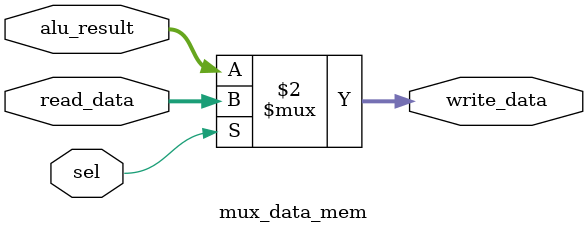
<source format=v>
module mux_data_mem #(parameter W=32)(
    input wire [W-1:0] alu_result,  
    input wire [W-1:0] read_data,   
    input wire sel,                 
    output wire [W-1:0] write_data  
);

    assign write_data = (sel == 1'b0) ? alu_result : read_data; 
endmodule

</source>
